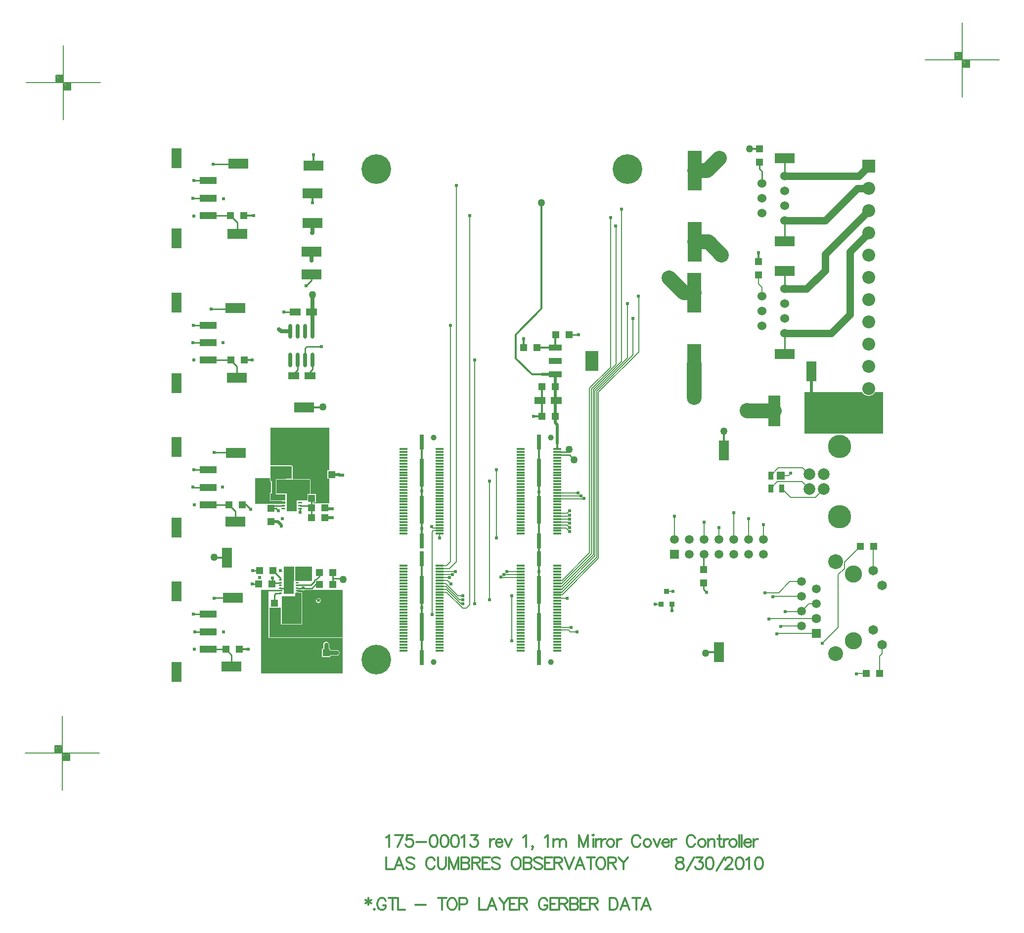
<source format=gtl>
%FSLAX23Y23*%
%MOIN*%
G70*
G01*
G75*
G04 Layer_Physical_Order=1*
G04 Layer_Color=255*
%ADD10R,0.070X0.135*%
%ADD11R,0.135X0.070*%
%ADD12R,0.050X0.050*%
%ADD13O,0.028X0.098*%
%ADD14R,0.085X0.138*%
%ADD15R,0.085X0.043*%
%ADD16R,0.085X0.043*%
%ADD17R,0.078X0.048*%
%ADD18R,0.094X0.130*%
%ADD19R,0.050X0.050*%
%ADD20R,0.087X0.059*%
%ADD21O,0.024X0.010*%
%ADD22R,0.065X0.094*%
%ADD23R,0.035X0.053*%
%ADD24R,0.053X0.053*%
%ADD25R,0.063X0.075*%
%ADD26O,0.027X0.010*%
%ADD27R,0.036X0.036*%
%ADD28R,0.079X0.209*%
%ADD29R,0.115X0.050*%
%ADD30R,0.065X0.135*%
%ADD31R,0.098X0.268*%
%ADD32R,0.025X0.100*%
%ADD33R,0.057X0.012*%
%ADD34R,0.025X0.185*%
%ADD35C,0.008*%
%ADD36C,0.012*%
%ADD37C,0.010*%
%ADD38C,0.020*%
%ADD39C,0.005*%
%ADD40C,0.100*%
%ADD41C,0.030*%
%ADD42C,0.050*%
%ADD43C,0.025*%
%ADD44C,0.012*%
%ADD45C,0.012*%
%ADD46C,0.020*%
%ADD47R,0.059X0.059*%
%ADD48C,0.059*%
%ADD49C,0.087*%
%ADD50R,0.087X0.087*%
%ADD51C,0.079*%
%ADD52C,0.157*%
%ADD53C,0.060*%
%ADD54C,0.039*%
%ADD55C,0.200*%
%ADD56C,0.059*%
%ADD57R,0.059X0.059*%
%ADD58C,0.063*%
%ADD59C,0.116*%
%ADD60C,0.065*%
%ADD61C,0.100*%
%ADD62C,0.024*%
%ADD63C,0.026*%
%ADD64C,0.050*%
G36*
X12898Y11260D02*
X12827D01*
Y11355D01*
X12898D01*
Y11260D01*
D02*
G37*
G36*
X13017D02*
X12902D01*
Y11355D01*
X13017D01*
Y11260D01*
D02*
G37*
G36*
X13222Y11195D02*
Y10879D01*
X12729D01*
Y11080D01*
X12808D01*
Y10970D01*
X12809Y10967D01*
X12812Y10965D01*
X12947D01*
X12950Y10967D01*
X12951Y10970D01*
Y11180D01*
X12950Y11183D01*
X12947Y11184D01*
X12927D01*
X12927Y11184D01*
X12923Y11185D01*
X12916D01*
Y11199D01*
X12947Y11199D01*
X12950Y11197D01*
X12956Y11195D01*
X12962Y11197D01*
X12966Y11199D01*
X13217Y11200D01*
X13222Y11195D01*
D02*
G37*
G36*
X12817Y11189D02*
X12725D01*
Y10875D01*
X13222D01*
Y10635D01*
X12700D01*
Y10636D01*
X12672D01*
Y11199D01*
X12817D01*
Y11189D01*
D02*
G37*
G36*
X12947Y10970D02*
X12812D01*
Y11155D01*
X12902D01*
Y11180D01*
X12947D01*
Y10970D01*
D02*
G37*
G36*
X16868Y12255D02*
X16867Y12254D01*
X16866Y12253D01*
X16336D01*
Y12534D01*
X16726D01*
X16727Y12531D01*
X16735Y12521D01*
X16745Y12513D01*
X16756Y12509D01*
X16769Y12507D01*
X16781Y12509D01*
X16792Y12513D01*
X16802Y12521D01*
X16810Y12531D01*
X16811Y12534D01*
X16868D01*
Y12255D01*
D02*
G37*
G36*
X13003Y11941D02*
Y11846D01*
X12986D01*
Y11804D01*
X12910D01*
X12909Y11803D01*
X12848D01*
Y11848D01*
X12776D01*
Y11942D01*
X13002D01*
X13003Y11941D01*
D02*
G37*
G36*
X12881Y11949D02*
X12841D01*
X12839Y11946D01*
X12776D01*
X12773Y11945D01*
X12772Y11942D01*
Y11848D01*
X12773Y11845D01*
X12776Y11844D01*
X12838D01*
Y11806D01*
X12834Y11802D01*
X12736D01*
Y11850D01*
X12746D01*
Y11933D01*
X12736D01*
Y12034D01*
X12881D01*
Y11949D01*
D02*
G37*
G36*
X12732Y11933D02*
X12733Y11930D01*
X12736Y11929D01*
X12741D01*
Y11855D01*
X12736D01*
X12733Y11853D01*
X12732Y11850D01*
Y11802D01*
X12733Y11799D01*
X12736Y11798D01*
X12815D01*
X12816Y11797D01*
X12833D01*
D01*
X12833Y11797D01*
X12833D01*
D01*
D01*
X12836Y11796D01*
Y11794D01*
Y11780D01*
X12634D01*
X12634Y11780D01*
X12634Y11780D01*
X12633Y11780D01*
Y11953D01*
X12732D01*
Y11933D01*
D02*
G37*
G36*
X13133Y12006D02*
X13121D01*
Y11948D01*
X13133D01*
Y11787D01*
X13129Y11783D01*
X13024D01*
Y11788D01*
X13044D01*
Y11846D01*
X13008D01*
Y11941D01*
X13008Y11941D01*
X13008Y11941D01*
X13007Y11942D01*
X13006Y11944D01*
X13006Y11944D01*
X13006Y11944D01*
X13005Y11945D01*
X13004Y11946D01*
X13002Y11946D01*
X12887D01*
X12886Y11949D01*
Y12034D01*
X12884Y12037D01*
X12881Y12038D01*
X12736D01*
Y12292D01*
X12736Y12292D01*
X12736Y12292D01*
X12737Y12294D01*
X13133D01*
Y12006D01*
D02*
G37*
%LPC*%
G36*
X13112Y10849D02*
X13105Y10848D01*
X13098Y10843D01*
X13094Y10837D01*
X13093Y10830D01*
Y10804D01*
X13083D01*
Y10746D01*
X13141D01*
Y10755D01*
X13182D01*
X13190Y10757D01*
X13196Y10761D01*
X13200Y10767D01*
X13202Y10775D01*
X13200Y10782D01*
X13196Y10788D01*
X13190Y10793D01*
X13182Y10794D01*
X13141D01*
Y10804D01*
X13132D01*
Y10830D01*
X13130Y10837D01*
X13126Y10843D01*
X13120Y10848D01*
X13112Y10849D01*
D02*
G37*
G36*
X13060Y11144D02*
X13054Y11143D01*
X13049Y11139D01*
X13045Y11134D01*
X13044Y11128D01*
X13045Y11121D01*
X13049Y11116D01*
X13054Y11113D01*
X13060Y11111D01*
X13066Y11113D01*
X13072Y11116D01*
X13075Y11121D01*
X13076Y11128D01*
X13075Y11134D01*
X13072Y11139D01*
X13066Y11143D01*
X13060Y11144D01*
D02*
G37*
%LPD*%
D10*
X15793Y12138D02*
D03*
X15759Y10779D02*
D03*
X12442Y11417D02*
D03*
X16382Y12674D02*
D03*
D11*
X12963Y12430D02*
D03*
X13021Y13873D02*
D03*
X12484Y11147D02*
D03*
X12502Y12124D02*
D03*
X12500Y13099D02*
D03*
X12521Y14074D02*
D03*
X12475Y10683D02*
D03*
X12500Y11659D02*
D03*
X12509Y12629D02*
D03*
X12514Y13600D02*
D03*
X13015Y13326D02*
D03*
Y13481D02*
D03*
X13026Y14061D02*
D03*
X13019Y13674D02*
D03*
X16202Y12790D02*
D03*
Y13350D02*
D03*
Y13550D02*
D03*
Y14110D02*
D03*
D12*
X14660Y12921D02*
D03*
X14750D02*
D03*
X14445Y12833D02*
D03*
X14535D02*
D03*
X14568Y12368D02*
D03*
X14658D02*
D03*
X14566Y12570D02*
D03*
X14656D02*
D03*
X12867Y11320D02*
D03*
X12957D02*
D03*
X12747Y11240D02*
D03*
X12657D02*
D03*
X13157Y11235D02*
D03*
X13067D02*
D03*
X13157Y11315D02*
D03*
X13067D02*
D03*
X12662Y11330D02*
D03*
X12752D02*
D03*
X13015Y11687D02*
D03*
X13105D02*
D03*
X13015Y11817D02*
D03*
X13105D02*
D03*
Y11752D02*
D03*
X13015D02*
D03*
X13150Y11977D02*
D03*
X13060D02*
D03*
X12437Y10799D02*
D03*
X12527D02*
D03*
X12458Y11773D02*
D03*
X12548D02*
D03*
X12469Y12748D02*
D03*
X12559D02*
D03*
X12468Y13722D02*
D03*
X12558D02*
D03*
X16755Y10636D02*
D03*
X16845D02*
D03*
X16713Y11492D02*
D03*
X16803D02*
D03*
D13*
X13021Y12942D02*
D03*
X12971D02*
D03*
X12921D02*
D03*
X12871D02*
D03*
X13021Y12749D02*
D03*
X12971D02*
D03*
X12921D02*
D03*
X12871D02*
D03*
D14*
X14902Y12743D02*
D03*
D15*
X14658Y12653D02*
D03*
Y12834D02*
D03*
D16*
Y12743D02*
D03*
D17*
X13015Y13073D02*
D03*
X12905D02*
D03*
X13004Y12642D02*
D03*
X12894D02*
D03*
X14553Y12475D02*
D03*
X14663D02*
D03*
D18*
X13144Y11050D02*
D03*
X12870D02*
D03*
D19*
X13112Y10775D02*
D03*
Y10685D02*
D03*
X12762Y11020D02*
D03*
Y11110D02*
D03*
X12741Y11659D02*
D03*
Y11749D02*
D03*
X15658Y11337D02*
D03*
Y11247D02*
D03*
X16027Y13413D02*
D03*
Y13323D02*
D03*
X16035Y14173D02*
D03*
Y14083D02*
D03*
D20*
X12917Y10926D02*
D03*
Y10674D02*
D03*
X12820Y11996D02*
D03*
Y12248D02*
D03*
D21*
X12916Y11265D02*
D03*
Y11247D02*
D03*
X12802Y11265D02*
D03*
Y11247D02*
D03*
Y11229D02*
D03*
Y11211D02*
D03*
Y11194D02*
D03*
Y11176D02*
D03*
X12916D02*
D03*
Y11194D02*
D03*
Y11211D02*
D03*
Y11229D02*
D03*
D22*
X12859Y11220D02*
D03*
X12880Y11777D02*
D03*
D23*
X16109Y11971D02*
D03*
Y11884D02*
D03*
X16183D02*
D03*
D24*
X16176Y11971D02*
D03*
D25*
X13074Y11895D02*
D03*
X12964D02*
D03*
X12710Y11892D02*
D03*
X12820D02*
D03*
D26*
X12825Y11806D02*
D03*
Y11787D02*
D03*
Y11767D02*
D03*
Y11747D02*
D03*
X12936D02*
D03*
Y11767D02*
D03*
X12936Y11787D02*
D03*
X12936Y11806D02*
D03*
D27*
X15369Y11104D02*
D03*
X15406Y11190D02*
D03*
X15443Y11104D02*
D03*
D28*
X16394Y12407D02*
D03*
X16134D02*
D03*
D29*
X12318Y13722D02*
D03*
Y13840D02*
D03*
Y13958D02*
D03*
Y12748D02*
D03*
Y12866D02*
D03*
Y12984D02*
D03*
Y11773D02*
D03*
Y11891D02*
D03*
Y12009D02*
D03*
Y10799D02*
D03*
Y10917D02*
D03*
Y11035D02*
D03*
D30*
X12102Y13569D02*
D03*
Y14111D02*
D03*
Y12594D02*
D03*
Y13137D02*
D03*
Y11620D02*
D03*
Y12162D02*
D03*
Y10646D02*
D03*
Y11188D02*
D03*
D31*
X15595Y12722D02*
D03*
Y13202D02*
D03*
X15598Y13545D02*
D03*
Y14025D02*
D03*
D32*
X14547Y11409D02*
D03*
Y11531D02*
D03*
Y12196D02*
D03*
Y10744D02*
D03*
X13757Y11409D02*
D03*
Y11531D02*
D03*
Y12196D02*
D03*
Y10744D02*
D03*
D33*
X14669Y12149D02*
D03*
Y12129D02*
D03*
Y12110D02*
D03*
Y12090D02*
D03*
Y12070D02*
D03*
Y12050D02*
D03*
Y12031D02*
D03*
Y12011D02*
D03*
Y11991D02*
D03*
Y11972D02*
D03*
Y11952D02*
D03*
Y11932D02*
D03*
Y11913D02*
D03*
Y11893D02*
D03*
Y11873D02*
D03*
Y11854D02*
D03*
Y11834D02*
D03*
Y11814D02*
D03*
Y11795D02*
D03*
Y11775D02*
D03*
Y11755D02*
D03*
Y11736D02*
D03*
Y11716D02*
D03*
Y11696D02*
D03*
Y11676D02*
D03*
Y11657D02*
D03*
Y11637D02*
D03*
Y11617D02*
D03*
Y11598D02*
D03*
Y11578D02*
D03*
Y11362D02*
D03*
Y11342D02*
D03*
Y11322D02*
D03*
Y11302D02*
D03*
Y11283D02*
D03*
Y11263D02*
D03*
Y11243D02*
D03*
Y11224D02*
D03*
Y11204D02*
D03*
Y11184D02*
D03*
Y11165D02*
D03*
Y11145D02*
D03*
Y11125D02*
D03*
Y11106D02*
D03*
Y11086D02*
D03*
Y11066D02*
D03*
Y11047D02*
D03*
Y11027D02*
D03*
Y11007D02*
D03*
Y10987D02*
D03*
Y10968D02*
D03*
Y10948D02*
D03*
Y10928D02*
D03*
Y10909D02*
D03*
Y10889D02*
D03*
Y10869D02*
D03*
Y10850D02*
D03*
Y10830D02*
D03*
Y10810D02*
D03*
Y10791D02*
D03*
X14425Y12149D02*
D03*
Y12129D02*
D03*
Y12110D02*
D03*
Y12090D02*
D03*
Y12070D02*
D03*
Y12050D02*
D03*
Y12031D02*
D03*
Y12011D02*
D03*
Y11991D02*
D03*
Y11972D02*
D03*
Y11952D02*
D03*
Y11932D02*
D03*
Y11913D02*
D03*
Y11893D02*
D03*
Y11873D02*
D03*
Y11854D02*
D03*
Y11834D02*
D03*
Y11814D02*
D03*
Y11795D02*
D03*
Y11775D02*
D03*
Y11755D02*
D03*
Y11736D02*
D03*
Y11716D02*
D03*
Y11696D02*
D03*
Y11676D02*
D03*
Y11657D02*
D03*
Y11637D02*
D03*
Y11617D02*
D03*
Y11598D02*
D03*
Y11578D02*
D03*
Y11362D02*
D03*
Y11342D02*
D03*
Y11322D02*
D03*
Y11302D02*
D03*
Y11283D02*
D03*
Y11263D02*
D03*
Y11243D02*
D03*
Y11224D02*
D03*
Y11204D02*
D03*
Y11184D02*
D03*
Y11165D02*
D03*
Y11145D02*
D03*
Y11125D02*
D03*
Y11106D02*
D03*
Y11086D02*
D03*
Y11066D02*
D03*
Y11047D02*
D03*
Y11027D02*
D03*
Y11007D02*
D03*
Y10987D02*
D03*
Y10968D02*
D03*
Y10948D02*
D03*
Y10928D02*
D03*
Y10909D02*
D03*
Y10889D02*
D03*
Y10869D02*
D03*
Y10850D02*
D03*
Y10830D02*
D03*
Y10810D02*
D03*
Y10791D02*
D03*
X13878Y12149D02*
D03*
Y12129D02*
D03*
Y12110D02*
D03*
Y12090D02*
D03*
Y12070D02*
D03*
Y12050D02*
D03*
Y12031D02*
D03*
Y12011D02*
D03*
Y11991D02*
D03*
Y11972D02*
D03*
Y11952D02*
D03*
Y11932D02*
D03*
Y11913D02*
D03*
Y11893D02*
D03*
Y11873D02*
D03*
Y11854D02*
D03*
Y11834D02*
D03*
Y11814D02*
D03*
Y11795D02*
D03*
Y11775D02*
D03*
Y11755D02*
D03*
Y11736D02*
D03*
Y11716D02*
D03*
Y11696D02*
D03*
Y11676D02*
D03*
Y11657D02*
D03*
Y11637D02*
D03*
Y11617D02*
D03*
Y11598D02*
D03*
Y11578D02*
D03*
Y11362D02*
D03*
Y11342D02*
D03*
Y11322D02*
D03*
Y11302D02*
D03*
Y11283D02*
D03*
Y11263D02*
D03*
Y11243D02*
D03*
Y11224D02*
D03*
Y11204D02*
D03*
Y11184D02*
D03*
Y11165D02*
D03*
Y11145D02*
D03*
Y11125D02*
D03*
Y11106D02*
D03*
Y11086D02*
D03*
Y11066D02*
D03*
Y11047D02*
D03*
Y11027D02*
D03*
Y11007D02*
D03*
Y10987D02*
D03*
Y10968D02*
D03*
Y10948D02*
D03*
Y10928D02*
D03*
Y10909D02*
D03*
Y10889D02*
D03*
Y10869D02*
D03*
Y10850D02*
D03*
Y10830D02*
D03*
Y10810D02*
D03*
Y10791D02*
D03*
X13635Y12149D02*
D03*
Y12129D02*
D03*
Y12110D02*
D03*
Y12090D02*
D03*
Y12070D02*
D03*
Y12050D02*
D03*
Y12031D02*
D03*
Y12011D02*
D03*
Y11991D02*
D03*
Y11972D02*
D03*
Y11952D02*
D03*
Y11932D02*
D03*
Y11913D02*
D03*
Y11893D02*
D03*
Y11873D02*
D03*
Y11854D02*
D03*
Y11834D02*
D03*
Y11814D02*
D03*
Y11795D02*
D03*
Y11775D02*
D03*
Y11755D02*
D03*
Y11736D02*
D03*
Y11716D02*
D03*
Y11696D02*
D03*
Y11676D02*
D03*
Y11657D02*
D03*
Y11637D02*
D03*
Y11617D02*
D03*
Y11598D02*
D03*
Y11578D02*
D03*
Y11362D02*
D03*
Y11342D02*
D03*
Y11322D02*
D03*
Y11302D02*
D03*
Y11283D02*
D03*
Y11263D02*
D03*
Y11243D02*
D03*
Y11224D02*
D03*
Y11204D02*
D03*
Y11184D02*
D03*
Y11165D02*
D03*
Y11145D02*
D03*
Y11125D02*
D03*
Y11106D02*
D03*
Y11086D02*
D03*
Y11066D02*
D03*
Y11047D02*
D03*
Y11027D02*
D03*
Y11007D02*
D03*
Y10987D02*
D03*
Y10968D02*
D03*
Y10948D02*
D03*
Y10928D02*
D03*
Y10909D02*
D03*
Y10889D02*
D03*
Y10869D02*
D03*
Y10850D02*
D03*
Y10830D02*
D03*
Y10810D02*
D03*
Y10791D02*
D03*
D34*
X14547Y11988D02*
D03*
Y11738D02*
D03*
Y10951D02*
D03*
Y11201D02*
D03*
X13757Y11988D02*
D03*
Y11738D02*
D03*
Y10951D02*
D03*
Y11201D02*
D03*
D35*
X14112Y11105D02*
Y12750D01*
X14010Y11133D02*
X14034D01*
X14215Y11134D02*
Y11934D01*
X14362Y10856D02*
Y11160D01*
X13917Y11243D02*
X13999Y11161D01*
X13878Y11243D02*
X13917D01*
X13925Y11184D02*
X14032Y11077D01*
X13878Y11184D02*
X13925D01*
X13922Y11204D02*
X14021Y11105D01*
X13878Y11204D02*
X13922D01*
X13920Y11224D02*
X14010Y11133D01*
X13878Y11224D02*
X13920D01*
X13999Y11161D02*
X14034D01*
X14032Y11077D02*
X14034D01*
X14021Y11105D02*
X14034D01*
X14032Y11077D02*
X14056D01*
X14079Y11100D01*
Y13723D01*
X13878Y11362D02*
X13923D01*
X13950Y11388D01*
Y12983D01*
X13878Y11342D02*
X13944D01*
X13990Y11388D01*
Y13927D01*
X13835Y11598D02*
X13878D01*
X13827Y11590D02*
X13835Y11598D01*
X13827Y11033D02*
Y11590D01*
X13878Y11552D02*
Y11578D01*
X13878Y11551D02*
X13878Y11552D01*
X14260Y11551D02*
Y12010D01*
X13878Y11263D02*
X13931D01*
X13953Y11241D01*
X13830Y11617D02*
X13878D01*
X13822Y11625D02*
X13830Y11617D01*
X15406Y11190D02*
X15450D01*
X15329Y11104D02*
X15369D01*
X14669Y11144D02*
X14738D01*
X14669Y11145D02*
X14669Y11144D01*
X14669Y11263D02*
X14702D01*
X14888Y11449D01*
X14669Y11243D02*
X14702D01*
Y11246D01*
X14900Y11444D01*
X14669Y11224D02*
X14702D01*
Y11226D01*
X14912Y11436D01*
X14669Y11204D02*
X14702D01*
Y11207D01*
X14924Y11429D01*
X14669Y11184D02*
X14702D01*
Y11187D01*
X14936Y11421D01*
X14669Y11165D02*
X14702D01*
Y11167D01*
X14948Y11413D01*
X14888Y12558D02*
X15029Y12699D01*
Y13710D01*
X15067Y12720D02*
Y13652D01*
X15105Y12741D02*
Y13766D01*
X15219Y12804D02*
Y13180D01*
X14888Y11449D02*
Y12558D01*
X14900Y11444D02*
Y12553D01*
X15067Y12720D01*
X14912Y11436D02*
Y12548D01*
X15105Y12741D01*
X14924Y11429D02*
Y12543D01*
X15143Y12762D01*
X14936Y11421D02*
Y12538D01*
X15181Y12783D01*
X14948Y11413D02*
Y12533D01*
X15219Y12804D01*
X15181Y12783D02*
Y13029D01*
X15181Y13029D01*
X15143Y12762D02*
Y13128D01*
X15143Y13128D01*
X16049Y13180D02*
Y13241D01*
X16027Y13263D02*
X16049Y13241D01*
X16027Y13263D02*
Y13323D01*
X16801Y11329D02*
Y11491D01*
X16803Y11492D01*
X16606Y11386D02*
X16713Y11492D01*
X16606Y11344D02*
Y11386D01*
X16564Y11302D02*
X16606Y11344D01*
X16564Y10947D02*
Y11302D01*
X16457Y10840D02*
X16564Y10947D01*
X14670Y10946D02*
X14764D01*
X14669Y10948D02*
X14670Y10946D01*
X16861Y10769D02*
Y10831D01*
X16845Y10752D02*
X16861Y10769D01*
X16845Y10636D02*
Y10752D01*
X16690Y10636D02*
X16755D01*
X16688Y10634D02*
X16690Y10636D01*
X14757Y10917D02*
X14805D01*
X14746Y10928D02*
X14757Y10917D01*
X14669Y10928D02*
X14746D01*
X17370Y14798D02*
X17380D01*
X17370Y14793D02*
Y14803D01*
Y14793D02*
X17380Y14793D01*
X17380Y14803D01*
X17370D02*
X17380D01*
X17365Y14788D02*
Y14803D01*
Y14788D02*
X17385D01*
Y14808D01*
X17365Y14808D02*
X17385Y14808D01*
X17360Y14783D02*
Y14808D01*
Y14783D02*
X17390D01*
Y14813D01*
X17360D02*
X17390D01*
X17355Y14778D02*
Y14818D01*
Y14778D02*
X17395D01*
Y14818D01*
X17355D02*
X17395D01*
X17420Y14748D02*
X17430D01*
X17420Y14743D02*
X17420Y14753D01*
X17420Y14743D02*
X17430D01*
Y14753D01*
X17420Y14753D02*
X17430Y14753D01*
X17415Y14738D02*
Y14753D01*
Y14738D02*
X17435Y14738D01*
X17435Y14758D02*
X17435Y14738D01*
X17415Y14758D02*
X17435D01*
X17410Y14733D02*
Y14758D01*
Y14733D02*
X17440D01*
Y14763D01*
X17410D02*
X17440D01*
X17405Y14728D02*
Y14768D01*
Y14728D02*
X17445D01*
Y14768D01*
X17405D02*
X17445D01*
X17400Y14723D02*
X17450Y14723D01*
X17450Y14773D02*
X17450Y14723D01*
X17350Y14823D02*
X17400Y14823D01*
X17350Y14823D02*
X17350Y14773D01*
X17400Y14523D02*
Y15023D01*
X17150Y14773D02*
X17650D01*
X11302Y10123D02*
X11312D01*
X11302Y10118D02*
Y10128D01*
Y10118D02*
X11312D01*
Y10128D01*
X11302D02*
X11312D01*
X11297Y10113D02*
Y10128D01*
Y10113D02*
X11317D01*
Y10133D01*
X11297D02*
X11317D01*
X11292Y10108D02*
Y10133D01*
Y10108D02*
X11322D01*
Y10138D01*
X11292D02*
X11322D01*
X11287Y10103D02*
Y10143D01*
Y10103D02*
X11327D01*
Y10143D01*
X11287D02*
X11327D01*
X11352Y10073D02*
X11362D01*
X11352Y10068D02*
Y10078D01*
Y10068D02*
X11362D01*
Y10078D01*
X11352D02*
X11362D01*
X11347Y10063D02*
Y10078D01*
Y10063D02*
X11367D01*
Y10083D01*
X11347D02*
X11367D01*
X11342Y10058D02*
Y10083D01*
Y10058D02*
X11372D01*
Y10088D01*
X11342D02*
X11372D01*
X11337Y10053D02*
Y10093D01*
Y10053D02*
X11377D01*
Y10093D01*
X11337D02*
X11377D01*
X11332Y10048D02*
X11382D01*
Y10098D01*
X11282Y10148D02*
X11332D01*
X11282Y10098D02*
Y10148D01*
X11332Y9848D02*
Y10348D01*
X11082Y10098D02*
X11582D01*
X11311Y14643D02*
X11321D01*
X11311Y14638D02*
Y14648D01*
Y14638D02*
X11321D01*
Y14648D01*
X11311D02*
X11321D01*
X11306Y14633D02*
Y14648D01*
Y14633D02*
X11326D01*
Y14653D01*
X11306D02*
X11326D01*
X11301Y14628D02*
Y14653D01*
Y14628D02*
X11331D01*
Y14658D01*
X11301D02*
X11331D01*
X11296Y14623D02*
Y14663D01*
Y14623D02*
X11336D01*
Y14663D01*
X11296D02*
X11336D01*
X11361Y14593D02*
X11371D01*
X11361Y14588D02*
Y14598D01*
Y14588D02*
X11371D01*
Y14598D01*
X11361D02*
X11371D01*
X11356Y14583D02*
Y14598D01*
Y14583D02*
X11376D01*
Y14603D01*
X11356D02*
X11376D01*
X11351Y14578D02*
Y14603D01*
Y14578D02*
X11381D01*
Y14608D01*
X11351D02*
X11381D01*
X11346Y14573D02*
Y14613D01*
Y14573D02*
X11386D01*
Y14613D01*
X11346D02*
X11386D01*
X11341Y14568D02*
X11391D01*
Y14618D01*
X11291Y14668D02*
X11341D01*
X11291Y14618D02*
Y14668D01*
X11341Y14368D02*
Y14868D01*
X11091Y14618D02*
X11591D01*
D36*
X14445Y12833D02*
Y12893D01*
X14657Y12833D02*
Y12919D01*
X14535Y12833D02*
X14657D01*
X12558Y13722D02*
X12625D01*
X12613Y12748D02*
X12615Y12750D01*
X12559Y12748D02*
X12613D01*
X12573Y11773D02*
X12602Y11744D01*
X12548Y11773D02*
X12573D01*
X12527Y10799D02*
X12587D01*
X13757Y11867D02*
Y12196D01*
Y11867D02*
X13757Y11866D01*
Y11739D02*
Y11866D01*
X13756Y11738D02*
X13757Y11739D01*
X13756Y11614D02*
Y11738D01*
Y11614D02*
X13757Y11614D01*
Y11531D02*
Y11614D01*
X13757Y11079D02*
Y11408D01*
X13757Y10951D02*
Y11079D01*
Y10744D02*
Y10951D01*
Y11079D02*
X13757Y11079D01*
X14547Y11988D02*
Y12196D01*
Y11862D02*
Y11988D01*
Y11201D02*
Y11323D01*
Y10951D02*
Y11201D01*
Y10744D02*
Y10951D01*
X14546Y11324D02*
Y11861D01*
Y11324D02*
X14547Y11323D01*
X14546Y11861D02*
X14547Y11862D01*
X14566Y12370D02*
Y12570D01*
X14510Y12368D02*
X14568D01*
X14566Y12370D02*
X14568Y12368D01*
X14669Y12149D02*
Y12187D01*
X15443Y11058D02*
Y11104D01*
X15968Y14173D02*
X16035D01*
X15967Y14172D02*
X15968Y14173D01*
X16027Y13413D02*
Y13471D01*
X16028Y13472D01*
X13021Y13808D02*
Y13873D01*
X13019Y13806D02*
X13021Y13808D01*
X13026Y14061D02*
Y14131D01*
X13027Y14132D01*
X14565Y13096D02*
Y13808D01*
X14390Y12921D02*
X14565Y13096D01*
X14390Y12761D02*
Y12921D01*
Y12761D02*
X14499Y12652D01*
X14567D01*
X15793Y12138D02*
Y12269D01*
X15678Y10779D02*
X15759D01*
X15671Y10772D02*
X15678Y10779D01*
X12360Y11417D02*
X12442D01*
X12357Y11420D02*
X12360Y11417D01*
X12963Y12430D02*
X13087D01*
X13090Y12433D01*
X13518Y9531D02*
X13526Y9535D01*
X13537Y9546D01*
Y9466D01*
X13630Y9546D02*
X13592Y9466D01*
X13577Y9546D02*
X13630D01*
X13694D02*
X13656D01*
X13652Y9512D01*
X13656Y9516D01*
X13667Y9520D01*
X13679D01*
X13690Y9516D01*
X13698Y9508D01*
X13701Y9497D01*
Y9489D01*
X13698Y9478D01*
X13690Y9470D01*
X13679Y9466D01*
X13667D01*
X13656Y9470D01*
X13652Y9474D01*
X13648Y9482D01*
X13719Y9501D02*
X13788D01*
X13834Y9546D02*
X13823Y9543D01*
X13815Y9531D01*
X13811Y9512D01*
Y9501D01*
X13815Y9482D01*
X13823Y9470D01*
X13834Y9466D01*
X13842D01*
X13853Y9470D01*
X13861Y9482D01*
X13865Y9501D01*
Y9512D01*
X13861Y9531D01*
X13853Y9543D01*
X13842Y9546D01*
X13834D01*
X13906D02*
X13894Y9543D01*
X13886Y9531D01*
X13883Y9512D01*
Y9501D01*
X13886Y9482D01*
X13894Y9470D01*
X13906Y9466D01*
X13913D01*
X13925Y9470D01*
X13932Y9482D01*
X13936Y9501D01*
Y9512D01*
X13932Y9531D01*
X13925Y9543D01*
X13913Y9546D01*
X13906D01*
X13977D02*
X13965Y9543D01*
X13958Y9531D01*
X13954Y9512D01*
Y9501D01*
X13958Y9482D01*
X13965Y9470D01*
X13977Y9466D01*
X13984D01*
X13996Y9470D01*
X14003Y9482D01*
X14007Y9501D01*
Y9512D01*
X14003Y9531D01*
X13996Y9543D01*
X13984Y9546D01*
X13977D01*
X14025Y9531D02*
X14033Y9535D01*
X14044Y9546D01*
Y9466D01*
X14091Y9546D02*
X14133D01*
X14110Y9516D01*
X14122D01*
X14129Y9512D01*
X14133Y9508D01*
X14137Y9497D01*
Y9489D01*
X14133Y9478D01*
X14126Y9470D01*
X14114Y9466D01*
X14103D01*
X14091Y9470D01*
X14088Y9474D01*
X14084Y9482D01*
X14218Y9520D02*
Y9466D01*
Y9497D02*
X14222Y9508D01*
X14229Y9516D01*
X14237Y9520D01*
X14248D01*
X14256Y9497D02*
X14301D01*
Y9504D01*
X14297Y9512D01*
X14294Y9516D01*
X14286Y9520D01*
X14275D01*
X14267Y9516D01*
X14259Y9508D01*
X14256Y9497D01*
Y9489D01*
X14259Y9478D01*
X14267Y9470D01*
X14275Y9466D01*
X14286D01*
X14294Y9470D01*
X14301Y9478D01*
X14318Y9520D02*
X14341Y9466D01*
X14364Y9520D02*
X14341Y9466D01*
X14440Y9531D02*
X14447Y9535D01*
X14459Y9546D01*
Y9466D01*
X14506Y9470D02*
X14502Y9466D01*
X14499Y9470D01*
X14502Y9474D01*
X14506Y9470D01*
Y9463D01*
X14502Y9455D01*
X14499Y9451D01*
X14587Y9531D02*
X14594Y9535D01*
X14606Y9546D01*
Y9466D01*
X14645Y9520D02*
Y9466D01*
Y9504D02*
X14657Y9516D01*
X14664Y9520D01*
X14676D01*
X14683Y9516D01*
X14687Y9504D01*
Y9466D01*
Y9504D02*
X14698Y9516D01*
X14706Y9520D01*
X14718D01*
X14725Y9516D01*
X14729Y9504D01*
Y9466D01*
X14817Y9546D02*
Y9466D01*
Y9546D02*
X14847Y9466D01*
X14878Y9546D02*
X14847Y9466D01*
X14878Y9546D02*
Y9466D01*
X14908Y9546D02*
X14912Y9543D01*
X14916Y9546D01*
X14912Y9550D01*
X14908Y9546D01*
X14912Y9520D02*
Y9466D01*
X14930Y9520D02*
Y9466D01*
Y9497D02*
X14934Y9508D01*
X14941Y9516D01*
X14949Y9520D01*
X14961D01*
X14968D02*
Y9466D01*
Y9497D02*
X14972Y9508D01*
X14979Y9516D01*
X14987Y9520D01*
X14998D01*
X15025D02*
X15017Y9516D01*
X15009Y9508D01*
X15005Y9497D01*
Y9489D01*
X15009Y9478D01*
X15017Y9470D01*
X15025Y9466D01*
X15036D01*
X15044Y9470D01*
X15051Y9478D01*
X15055Y9489D01*
Y9497D01*
X15051Y9508D01*
X15044Y9516D01*
X15036Y9520D01*
X15025D01*
X15073D02*
Y9466D01*
Y9497D02*
X15076Y9508D01*
X15084Y9516D01*
X15092Y9520D01*
X15103D01*
X15230Y9527D02*
X15226Y9535D01*
X15219Y9543D01*
X15211Y9546D01*
X15196D01*
X15188Y9543D01*
X15181Y9535D01*
X15177Y9527D01*
X15173Y9516D01*
Y9497D01*
X15177Y9485D01*
X15181Y9478D01*
X15188Y9470D01*
X15196Y9466D01*
X15211D01*
X15219Y9470D01*
X15226Y9478D01*
X15230Y9485D01*
X15272Y9520D02*
X15264Y9516D01*
X15256Y9508D01*
X15253Y9497D01*
Y9489D01*
X15256Y9478D01*
X15264Y9470D01*
X15272Y9466D01*
X15283D01*
X15291Y9470D01*
X15298Y9478D01*
X15302Y9489D01*
Y9497D01*
X15298Y9508D01*
X15291Y9516D01*
X15283Y9520D01*
X15272D01*
X15320D02*
X15343Y9466D01*
X15365Y9520D02*
X15343Y9466D01*
X15378Y9497D02*
X15424D01*
Y9504D01*
X15420Y9512D01*
X15416Y9516D01*
X15409Y9520D01*
X15397D01*
X15390Y9516D01*
X15382Y9508D01*
X15378Y9497D01*
Y9489D01*
X15382Y9478D01*
X15390Y9470D01*
X15397Y9466D01*
X15409D01*
X15416Y9470D01*
X15424Y9478D01*
X15441Y9520D02*
Y9466D01*
Y9497D02*
X15445Y9508D01*
X15453Y9516D01*
X15460Y9520D01*
X15472D01*
X15599Y9527D02*
X15595Y9535D01*
X15587Y9543D01*
X15580Y9546D01*
X15565D01*
X15557Y9543D01*
X15549Y9535D01*
X15546Y9527D01*
X15542Y9516D01*
Y9497D01*
X15546Y9485D01*
X15549Y9478D01*
X15557Y9470D01*
X15565Y9466D01*
X15580D01*
X15587Y9470D01*
X15595Y9478D01*
X15599Y9485D01*
X15640Y9520D02*
X15633Y9516D01*
X15625Y9508D01*
X15621Y9497D01*
Y9489D01*
X15625Y9478D01*
X15633Y9470D01*
X15640Y9466D01*
X15652D01*
X15659Y9470D01*
X15667Y9478D01*
X15671Y9489D01*
Y9497D01*
X15667Y9508D01*
X15659Y9516D01*
X15652Y9520D01*
X15640D01*
X15688D02*
Y9466D01*
Y9504D02*
X15700Y9516D01*
X15707Y9520D01*
X15719D01*
X15726Y9516D01*
X15730Y9504D01*
Y9466D01*
X15763Y9546D02*
Y9482D01*
X15766Y9470D01*
X15774Y9466D01*
X15782D01*
X15751Y9520D02*
X15778D01*
X15793D02*
Y9466D01*
Y9497D02*
X15797Y9508D01*
X15805Y9516D01*
X15812Y9520D01*
X15824D01*
X15850D02*
X15842Y9516D01*
X15835Y9508D01*
X15831Y9497D01*
Y9489D01*
X15835Y9478D01*
X15842Y9470D01*
X15850Y9466D01*
X15861D01*
X15869Y9470D01*
X15877Y9478D01*
X15880Y9489D01*
Y9497D01*
X15877Y9508D01*
X15869Y9516D01*
X15861Y9520D01*
X15850D01*
X15898Y9546D02*
Y9466D01*
X15915Y9546D02*
Y9466D01*
X15931Y9497D02*
X15977D01*
Y9504D01*
X15973Y9512D01*
X15969Y9516D01*
X15962Y9520D01*
X15950D01*
X15943Y9516D01*
X15935Y9508D01*
X15931Y9497D01*
Y9489D01*
X15935Y9478D01*
X15943Y9470D01*
X15950Y9466D01*
X15962D01*
X15969Y9470D01*
X15977Y9478D01*
X15994Y9520D02*
Y9466D01*
Y9497D02*
X15998Y9508D01*
X16006Y9516D01*
X16013Y9520D01*
X16025D01*
D37*
X14811Y12921D02*
X14812Y12920D01*
X14750Y12921D02*
X14811D01*
X15658Y11203D02*
X15678Y11183D01*
X15658Y11203D02*
Y11247D01*
Y11337D02*
Y11439D01*
X12827Y13073D02*
X12905D01*
X12982Y12840D02*
X13080D01*
X12971Y12829D02*
X12982Y12840D01*
X12971Y12749D02*
Y12829D01*
X13021Y12685D02*
Y12749D01*
X13004Y12668D02*
X13021Y12685D01*
X13004Y12642D02*
Y12668D01*
X12921Y12684D02*
Y12749D01*
X12894Y12657D02*
X12921Y12684D01*
X12894Y12642D02*
Y12657D01*
X13015Y13073D02*
X13021Y13067D01*
X12516Y14069D02*
X12521Y14074D01*
X12351Y14069D02*
X12516D01*
X12219Y13959D02*
X12220Y13958D01*
X12318D01*
X12214Y13839D02*
X12215Y13840D01*
X12318D01*
X12468Y13722D02*
X12514Y13676D01*
Y13600D02*
Y13676D01*
X12318Y13722D02*
X12468D01*
X12495Y13094D02*
X12500Y13099D01*
X12338Y13094D02*
X12495D01*
X12217Y12984D02*
X12218Y12984D01*
X12318D01*
X12212Y12865D02*
X12212Y12866D01*
X12318D01*
X12468Y12748D02*
X12509Y12707D01*
Y12629D02*
Y12707D01*
X12318Y12748D02*
X12468D01*
X12499Y12127D02*
X12502Y12124D01*
X12356Y12127D02*
X12499D01*
X12220Y12009D02*
X12220Y12009D01*
X12318D01*
X12214Y11892D02*
X12215Y11891D01*
X12318D01*
X12458Y11773D02*
X12500Y11731D01*
Y11659D02*
Y11731D01*
X12318Y11773D02*
X12458D01*
X12361Y11147D02*
X12484D01*
X12357Y11143D02*
X12361Y11147D01*
X12216Y11035D02*
X12216Y11035D01*
X12318D01*
X12228Y10917D02*
X12228Y10917D01*
X12318D01*
X12436Y10799D02*
X12475Y10760D01*
Y10683D02*
Y10760D01*
X12318Y10799D02*
X12436D01*
X12956Y11211D02*
X13017D01*
X12920Y11233D02*
X13009D01*
X13045Y11269D02*
X13067Y11291D01*
X13017Y11211D02*
X13040Y11235D01*
X12752Y11330D02*
X12802Y11280D01*
Y11211D02*
X12850D01*
X13040Y11235D02*
X13067D01*
X13033Y11263D02*
X13038Y11269D01*
X13045D01*
X12754Y11247D02*
X12802D01*
Y11265D02*
Y11280D01*
X12774Y11176D02*
X12802D01*
X12618Y11330D02*
X12662D01*
X12614Y11240D02*
X12657D01*
X13157Y11276D02*
Y11315D01*
X13067Y11291D02*
Y11315D01*
X12916Y11211D02*
X12956D01*
X12956Y11212D01*
X12850Y11211D02*
X12859Y11220D01*
X12762Y11130D02*
Y11165D01*
X13157Y11235D02*
Y11276D01*
X13009Y11233D02*
X13033Y11257D01*
Y11263D01*
X12916Y11229D02*
X12920Y11233D01*
X12750Y11243D02*
Y11279D01*
Y11243D02*
X12754Y11247D01*
X12762Y11165D02*
X12774Y11176D01*
X12740Y11767D02*
X12825D01*
X12936D02*
X13000D01*
X13015Y11687D02*
Y11752D01*
Y11817D01*
X13000Y11767D02*
X13015Y11752D01*
X12936Y11724D02*
Y11747D01*
Y11724D02*
X12936Y11724D01*
X12740Y11767D02*
X12740Y11767D01*
X12774Y11749D02*
X12789Y11734D01*
X12741Y11749D02*
X12774D01*
X16202Y12790D02*
Y12930D01*
Y13230D02*
Y13350D01*
Y13550D02*
Y13690D01*
Y13990D02*
Y14110D01*
X16035Y14037D02*
Y14083D01*
Y14037D02*
X16049Y14023D01*
Y13940D02*
Y14023D01*
X14669Y12129D02*
X14732D01*
X14750Y12147D01*
X14669Y12110D02*
X14752D01*
X14785Y12076D01*
X13015Y13286D02*
Y13326D01*
X12978Y13249D02*
X13015Y13286D01*
X13157Y11276D02*
X13222D01*
X13226Y11271D01*
D38*
X14669Y12187D02*
Y12314D01*
X14656Y12570D02*
Y12651D01*
Y12326D02*
Y12570D01*
Y12326D02*
X14669Y12314D01*
X14656Y12651D02*
X14658Y12653D01*
X13150Y11977D02*
X13195D01*
X13196Y11978D01*
X13105Y11752D02*
X13110Y11747D01*
X13152D01*
X13105Y11687D02*
X13155D01*
X12741Y11659D02*
X12787D01*
X14567Y12653D02*
X14658D01*
X16382Y12419D02*
Y12674D01*
Y12419D02*
X16394Y12407D01*
X13196Y11978D02*
X13200Y11974D01*
X13224D01*
X12787Y11659D02*
X12811Y11635D01*
Y11629D02*
Y11635D01*
D39*
X16060Y11638D02*
Y11639D01*
Y11541D02*
Y11639D01*
X15960Y11675D02*
Y11679D01*
Y11541D02*
Y11675D01*
X15860Y11541D02*
Y11721D01*
X15760Y11618D02*
Y11626D01*
Y11541D02*
Y11618D01*
Y11626D01*
X15660Y11541D02*
Y11657D01*
X15460Y11541D02*
Y11695D01*
X14669Y11716D02*
X14738D01*
X14669Y11696D02*
X14747D01*
X14669Y11617D02*
X14730D01*
X14669Y11637D02*
X14738D01*
X14669Y11657D02*
X14747D01*
X14669Y11676D02*
X14755D01*
X14738Y11716D02*
X14755Y11732D01*
X14747Y11696D02*
X14755Y11704D01*
X14730Y11617D02*
X14755Y11592D01*
X14738Y11637D02*
X14755Y11620D01*
X14747Y11657D02*
X14755Y11648D01*
X16230Y11971D02*
X16245Y11985D01*
X16176Y11971D02*
X16230D01*
X16109D02*
X16161Y12023D01*
X16324D01*
X16369Y11979D01*
X16109Y11884D02*
X16153Y11928D01*
X16321D01*
X16369Y11880D01*
X16183Y11884D02*
X16243Y11824D01*
X16411D01*
X16467Y11880D01*
X14669Y11854D02*
X14809D01*
X14669Y11834D02*
X14829D01*
X14669Y11814D02*
X14849D01*
X14850Y11815D01*
X14829Y11834D02*
X14830Y11834D01*
X14809Y11854D02*
X14810Y11854D01*
X16151Y10904D02*
X16151Y10905D01*
X16418D01*
X16178Y10953D02*
X16179Y10955D01*
X16318D01*
X16097Y11004D02*
X16097Y11005D01*
X16418D01*
X16318Y11055D02*
X16368Y11105D01*
X16318Y11054D02*
X16318Y11055D01*
X16207Y11054D02*
X16318D01*
X16368Y11105D02*
X16418D01*
X16125Y11154D02*
X16125Y11155D01*
X16318D01*
X16071Y11178D02*
X16162D01*
X16238Y11255D01*
X16318D01*
X14311Y11302D02*
X14425D01*
X14291Y11283D02*
X14425D01*
X14331Y11322D02*
X14425D01*
X14289Y11285D02*
X14291Y11283D01*
X14309Y11304D02*
X14311Y11302D01*
X14329Y11324D02*
X14331Y11322D01*
X13878Y11283D02*
X13944D01*
X13878Y11302D02*
X13963D01*
X13878Y11322D02*
X13983D01*
X13984Y11322D01*
X13963Y11302D02*
X13964Y11302D01*
X13944Y11283D02*
X13944Y11282D01*
D40*
X15949Y12408D02*
X15950Y12407D01*
X16134D01*
X15595Y12495D02*
Y12722D01*
X15598Y13545D02*
X15689D01*
X15777Y13457D01*
X15525Y13202D02*
X15595D01*
X15424Y13303D02*
X15525Y13202D01*
X15598Y14025D02*
X15681D01*
X15765Y14109D01*
Y14108D02*
Y14109D01*
D41*
X13112Y10775D02*
Y10830D01*
Y10775D02*
X13182D01*
D42*
X16703Y13990D02*
X16769Y14055D01*
X16202Y13990D02*
X16703D01*
X16692Y13905D02*
X16769D01*
X16476Y13690D02*
X16692Y13905D01*
X16202Y13690D02*
X16476D01*
X16476Y13462D02*
X16769Y13755D01*
X16476Y13354D02*
Y13462D01*
X16351Y13230D02*
X16476Y13354D01*
X16202Y13230D02*
X16351D01*
X16644Y13480D02*
X16769Y13605D01*
X16644Y13057D02*
Y13480D01*
X16516Y12930D02*
X16644Y13057D01*
X16202Y12930D02*
X16516D01*
D43*
X13021Y12942D02*
Y13190D01*
X12810Y12942D02*
X12871D01*
X12794Y12957D02*
X12810Y12942D01*
X13019Y13606D02*
Y13674D01*
X13018Y13605D02*
X13019Y13606D01*
X13015Y13422D02*
Y13481D01*
X13014Y13421D02*
X13015Y13422D01*
D44*
X13397Y9122D02*
Y9076D01*
X13378Y9110D02*
X13416Y9087D01*
Y9110D02*
X13378Y9087D01*
X13437Y9049D02*
X13433Y9045D01*
X13437Y9042D01*
X13440Y9045D01*
X13437Y9049D01*
X13515Y9103D02*
X13511Y9110D01*
X13504Y9118D01*
X13496Y9122D01*
X13481D01*
X13473Y9118D01*
X13465Y9110D01*
X13462Y9103D01*
X13458Y9091D01*
Y9072D01*
X13462Y9061D01*
X13465Y9053D01*
X13473Y9045D01*
X13481Y9042D01*
X13496D01*
X13504Y9045D01*
X13511Y9053D01*
X13515Y9061D01*
Y9072D01*
X13496D02*
X13515D01*
X13560Y9122D02*
Y9042D01*
X13533Y9122D02*
X13587D01*
X13596D02*
Y9042D01*
X13642D01*
X13713Y9076D02*
X13782D01*
X13895Y9122D02*
Y9042D01*
X13868Y9122D02*
X13922D01*
X13954D02*
X13947Y9118D01*
X13939Y9110D01*
X13935Y9103D01*
X13931Y9091D01*
Y9072D01*
X13935Y9061D01*
X13939Y9053D01*
X13947Y9045D01*
X13954Y9042D01*
X13969D01*
X13977Y9045D01*
X13985Y9053D01*
X13988Y9061D01*
X13992Y9072D01*
Y9091D01*
X13988Y9103D01*
X13985Y9110D01*
X13977Y9118D01*
X13969Y9122D01*
X13954D01*
X14011Y9080D02*
X14045D01*
X14057Y9084D01*
X14060Y9087D01*
X14064Y9095D01*
Y9106D01*
X14060Y9114D01*
X14057Y9118D01*
X14045Y9122D01*
X14011D01*
Y9042D01*
X14145Y9122D02*
Y9042D01*
X14191D01*
X14260D02*
X14230Y9122D01*
X14199Y9042D01*
X14211Y9068D02*
X14249D01*
X14279Y9122D02*
X14310Y9084D01*
Y9042D01*
X14340Y9122D02*
X14310Y9084D01*
X14400Y9122D02*
X14350D01*
Y9042D01*
X14400D01*
X14350Y9084D02*
X14381D01*
X14413Y9122D02*
Y9042D01*
Y9122D02*
X14447D01*
X14459Y9118D01*
X14463Y9114D01*
X14466Y9106D01*
Y9099D01*
X14463Y9091D01*
X14459Y9087D01*
X14447Y9084D01*
X14413D01*
X14440D02*
X14466Y9042D01*
X14604Y9103D02*
X14600Y9110D01*
X14593Y9118D01*
X14585Y9122D01*
X14570D01*
X14562Y9118D01*
X14555Y9110D01*
X14551Y9103D01*
X14547Y9091D01*
Y9072D01*
X14551Y9061D01*
X14555Y9053D01*
X14562Y9045D01*
X14570Y9042D01*
X14585D01*
X14593Y9045D01*
X14600Y9053D01*
X14604Y9061D01*
Y9072D01*
X14585D02*
X14604D01*
X14672Y9122D02*
X14623D01*
Y9042D01*
X14672D01*
X14623Y9084D02*
X14653D01*
X14685Y9122D02*
Y9042D01*
Y9122D02*
X14720D01*
X14731Y9118D01*
X14735Y9114D01*
X14739Y9106D01*
Y9099D01*
X14735Y9091D01*
X14731Y9087D01*
X14720Y9084D01*
X14685D01*
X14712D02*
X14739Y9042D01*
X14757Y9122D02*
Y9042D01*
Y9122D02*
X14791D01*
X14802Y9118D01*
X14806Y9114D01*
X14810Y9106D01*
Y9099D01*
X14806Y9091D01*
X14802Y9087D01*
X14791Y9084D01*
X14757D02*
X14791D01*
X14802Y9080D01*
X14806Y9076D01*
X14810Y9068D01*
Y9057D01*
X14806Y9049D01*
X14802Y9045D01*
X14791Y9042D01*
X14757D01*
X14877Y9122D02*
X14828D01*
Y9042D01*
X14877D01*
X14828Y9084D02*
X14858D01*
X14891Y9122D02*
Y9042D01*
Y9122D02*
X14925D01*
X14936Y9118D01*
X14940Y9114D01*
X14944Y9106D01*
Y9099D01*
X14940Y9091D01*
X14936Y9087D01*
X14925Y9084D01*
X14891D01*
X14917D02*
X14944Y9042D01*
X15025Y9122D02*
Y9042D01*
Y9122D02*
X15051D01*
X15063Y9118D01*
X15070Y9110D01*
X15074Y9103D01*
X15078Y9091D01*
Y9072D01*
X15074Y9061D01*
X15070Y9053D01*
X15063Y9045D01*
X15051Y9042D01*
X15025D01*
X15157D02*
X15126Y9122D01*
X15096Y9042D01*
X15107Y9068D02*
X15146D01*
X15202Y9122D02*
Y9042D01*
X15176Y9122D02*
X15229D01*
X15299Y9042D02*
X15269Y9122D01*
X15238Y9042D01*
X15250Y9068D02*
X15288D01*
D45*
X13518Y9396D02*
Y9316D01*
X13564D01*
X13634D02*
X13603Y9396D01*
X13573Y9316D01*
X13584Y9343D02*
X13622D01*
X13706Y9385D02*
X13698Y9393D01*
X13687Y9396D01*
X13671D01*
X13660Y9393D01*
X13652Y9385D01*
Y9377D01*
X13656Y9370D01*
X13660Y9366D01*
X13667Y9362D01*
X13690Y9354D01*
X13698Y9351D01*
X13702Y9347D01*
X13706Y9339D01*
Y9328D01*
X13698Y9320D01*
X13687Y9316D01*
X13671D01*
X13660Y9320D01*
X13652Y9328D01*
X13843Y9377D02*
X13840Y9385D01*
X13832Y9393D01*
X13824Y9396D01*
X13809D01*
X13802Y9393D01*
X13794Y9385D01*
X13790Y9377D01*
X13786Y9366D01*
Y9347D01*
X13790Y9335D01*
X13794Y9328D01*
X13802Y9320D01*
X13809Y9316D01*
X13824D01*
X13832Y9320D01*
X13840Y9328D01*
X13843Y9335D01*
X13866Y9396D02*
Y9339D01*
X13870Y9328D01*
X13877Y9320D01*
X13889Y9316D01*
X13896D01*
X13908Y9320D01*
X13915Y9328D01*
X13919Y9339D01*
Y9396D01*
X13941D02*
Y9316D01*
Y9396D02*
X13972Y9316D01*
X14002Y9396D02*
X13972Y9316D01*
X14002Y9396D02*
Y9316D01*
X14025Y9396D02*
Y9316D01*
Y9396D02*
X14059D01*
X14071Y9393D01*
X14075Y9389D01*
X14078Y9381D01*
Y9373D01*
X14075Y9366D01*
X14071Y9362D01*
X14059Y9358D01*
X14025D02*
X14059D01*
X14071Y9354D01*
X14075Y9351D01*
X14078Y9343D01*
Y9332D01*
X14075Y9324D01*
X14071Y9320D01*
X14059Y9316D01*
X14025D01*
X14096Y9396D02*
Y9316D01*
Y9396D02*
X14131D01*
X14142Y9393D01*
X14146Y9389D01*
X14150Y9381D01*
Y9373D01*
X14146Y9366D01*
X14142Y9362D01*
X14131Y9358D01*
X14096D01*
X14123D02*
X14150Y9316D01*
X14217Y9396D02*
X14168D01*
Y9316D01*
X14217D01*
X14168Y9358D02*
X14198D01*
X14284Y9385D02*
X14276Y9393D01*
X14265Y9396D01*
X14249D01*
X14238Y9393D01*
X14230Y9385D01*
Y9377D01*
X14234Y9370D01*
X14238Y9366D01*
X14246Y9362D01*
X14268Y9354D01*
X14276Y9351D01*
X14280Y9347D01*
X14284Y9339D01*
Y9328D01*
X14276Y9320D01*
X14265Y9316D01*
X14249D01*
X14238Y9320D01*
X14230Y9328D01*
X14387Y9396D02*
X14380Y9393D01*
X14372Y9385D01*
X14368Y9377D01*
X14364Y9366D01*
Y9347D01*
X14368Y9335D01*
X14372Y9328D01*
X14380Y9320D01*
X14387Y9316D01*
X14403D01*
X14410Y9320D01*
X14418Y9328D01*
X14422Y9335D01*
X14425Y9347D01*
Y9366D01*
X14422Y9377D01*
X14418Y9385D01*
X14410Y9393D01*
X14403Y9396D01*
X14387D01*
X14444D02*
Y9316D01*
Y9396D02*
X14478D01*
X14490Y9393D01*
X14494Y9389D01*
X14497Y9381D01*
Y9373D01*
X14494Y9366D01*
X14490Y9362D01*
X14478Y9358D01*
X14444D02*
X14478D01*
X14490Y9354D01*
X14494Y9351D01*
X14497Y9343D01*
Y9332D01*
X14494Y9324D01*
X14490Y9320D01*
X14478Y9316D01*
X14444D01*
X14569Y9385D02*
X14561Y9393D01*
X14550Y9396D01*
X14534D01*
X14523Y9393D01*
X14515Y9385D01*
Y9377D01*
X14519Y9370D01*
X14523Y9366D01*
X14531Y9362D01*
X14553Y9354D01*
X14561Y9351D01*
X14565Y9347D01*
X14569Y9339D01*
Y9328D01*
X14561Y9320D01*
X14550Y9316D01*
X14534D01*
X14523Y9320D01*
X14515Y9328D01*
X14636Y9396D02*
X14587D01*
Y9316D01*
X14636D01*
X14587Y9358D02*
X14617D01*
X14649Y9396D02*
Y9316D01*
Y9396D02*
X14684D01*
X14695Y9393D01*
X14699Y9389D01*
X14703Y9381D01*
Y9373D01*
X14699Y9366D01*
X14695Y9362D01*
X14684Y9358D01*
X14649D01*
X14676D02*
X14703Y9316D01*
X14721Y9396D02*
X14751Y9316D01*
X14782Y9396D02*
X14751Y9316D01*
X14853D02*
X14822Y9396D01*
X14792Y9316D01*
X14803Y9343D02*
X14841D01*
X14898Y9396D02*
Y9316D01*
X14871Y9396D02*
X14925D01*
X14957D02*
X14949Y9393D01*
X14942Y9385D01*
X14938Y9377D01*
X14934Y9366D01*
Y9347D01*
X14938Y9335D01*
X14942Y9328D01*
X14949Y9320D01*
X14957Y9316D01*
X14972D01*
X14980Y9320D01*
X14988Y9328D01*
X14991Y9335D01*
X14995Y9347D01*
Y9366D01*
X14991Y9377D01*
X14988Y9385D01*
X14980Y9393D01*
X14972Y9396D01*
X14957D01*
X15014D02*
Y9316D01*
Y9396D02*
X15048D01*
X15060Y9393D01*
X15063Y9389D01*
X15067Y9381D01*
Y9373D01*
X15063Y9366D01*
X15060Y9362D01*
X15048Y9358D01*
X15014D01*
X15041D02*
X15067Y9316D01*
X15085Y9396D02*
X15116Y9358D01*
Y9316D01*
X15146Y9396D02*
X15116Y9358D01*
X15490Y9396D02*
X15478Y9393D01*
X15474Y9385D01*
Y9377D01*
X15478Y9370D01*
X15486Y9366D01*
X15501Y9362D01*
X15512Y9358D01*
X15520Y9351D01*
X15524Y9343D01*
Y9332D01*
X15520Y9324D01*
X15516Y9320D01*
X15505Y9316D01*
X15490D01*
X15478Y9320D01*
X15474Y9324D01*
X15471Y9332D01*
Y9343D01*
X15474Y9351D01*
X15482Y9358D01*
X15493Y9362D01*
X15509Y9366D01*
X15516Y9370D01*
X15520Y9377D01*
Y9385D01*
X15516Y9393D01*
X15505Y9396D01*
X15490D01*
X15542Y9305D02*
X15595Y9396D01*
X15608D02*
X15650D01*
X15627Y9366D01*
X15638D01*
X15646Y9362D01*
X15650Y9358D01*
X15654Y9347D01*
Y9339D01*
X15650Y9328D01*
X15642Y9320D01*
X15631Y9316D01*
X15619D01*
X15608Y9320D01*
X15604Y9324D01*
X15600Y9332D01*
X15694Y9396D02*
X15683Y9393D01*
X15675Y9381D01*
X15672Y9362D01*
Y9351D01*
X15675Y9332D01*
X15683Y9320D01*
X15694Y9316D01*
X15702D01*
X15714Y9320D01*
X15721Y9332D01*
X15725Y9351D01*
Y9362D01*
X15721Y9381D01*
X15714Y9393D01*
X15702Y9396D01*
X15694D01*
X15743Y9305D02*
X15796Y9396D01*
X15805Y9377D02*
Y9381D01*
X15809Y9389D01*
X15813Y9393D01*
X15821Y9396D01*
X15836D01*
X15843Y9393D01*
X15847Y9389D01*
X15851Y9381D01*
Y9373D01*
X15847Y9366D01*
X15840Y9354D01*
X15801Y9316D01*
X15855D01*
X15896Y9396D02*
X15884Y9393D01*
X15877Y9381D01*
X15873Y9362D01*
Y9351D01*
X15877Y9332D01*
X15884Y9320D01*
X15896Y9316D01*
X15903D01*
X15915Y9320D01*
X15922Y9332D01*
X15926Y9351D01*
Y9362D01*
X15922Y9381D01*
X15915Y9393D01*
X15903Y9396D01*
X15896D01*
X15944Y9381D02*
X15952Y9385D01*
X15963Y9396D01*
Y9316D01*
X16025Y9396D02*
X16014Y9393D01*
X16006Y9381D01*
X16003Y9362D01*
Y9351D01*
X16006Y9332D01*
X16014Y9320D01*
X16025Y9316D01*
X16033D01*
X16044Y9320D01*
X16052Y9332D01*
X16056Y9351D01*
Y9362D01*
X16052Y9381D01*
X16044Y9393D01*
X16033Y9396D01*
X16025D01*
D46*
X14918Y12783D02*
D03*
Y12743D02*
D03*
Y12704D02*
D03*
X14878D02*
D03*
Y12743D02*
D03*
Y12783D02*
D03*
D47*
X15460Y11441D02*
D03*
D48*
Y11541D02*
D03*
X15560Y11441D02*
D03*
Y11541D02*
D03*
X15660Y11441D02*
D03*
Y11541D02*
D03*
X15760Y11441D02*
D03*
Y11541D02*
D03*
X15860Y11441D02*
D03*
Y11541D02*
D03*
X15960Y11441D02*
D03*
Y11541D02*
D03*
X16060Y11441D02*
D03*
Y11541D02*
D03*
D49*
X16769Y12405D02*
D03*
Y12555D02*
D03*
Y12705D02*
D03*
Y12855D02*
D03*
Y13005D02*
D03*
Y13155D02*
D03*
Y13305D02*
D03*
Y13455D02*
D03*
Y13605D02*
D03*
Y13755D02*
D03*
Y13905D02*
D03*
D50*
Y14055D02*
D03*
D51*
X16369Y11979D02*
D03*
Y11880D02*
D03*
X16467D02*
D03*
Y11979D02*
D03*
D52*
X16574Y11693D02*
D03*
Y12167D02*
D03*
D53*
X16202Y12930D02*
D03*
X16049Y12980D02*
D03*
X16202Y13030D02*
D03*
X16049Y13080D02*
D03*
X16202Y13130D02*
D03*
X16049Y13180D02*
D03*
X16202Y13230D02*
D03*
Y13690D02*
D03*
X16049Y13740D02*
D03*
X16202Y13790D02*
D03*
X16049Y13840D02*
D03*
X16202Y13890D02*
D03*
X16049Y13940D02*
D03*
X16202Y13990D02*
D03*
D54*
X14627Y12227D02*
D03*
Y10712D02*
D03*
X13837Y12227D02*
D03*
Y10712D02*
D03*
D55*
X15142Y14037D02*
D03*
X13449D02*
D03*
Y10730D02*
D03*
D56*
X16318Y11255D02*
D03*
Y10955D02*
D03*
X16418Y11205D02*
D03*
X16318Y11155D02*
D03*
Y11055D02*
D03*
X16418Y11105D02*
D03*
D57*
Y10905D02*
D03*
D58*
Y11005D02*
D03*
D59*
X16668Y10855D02*
D03*
Y11305D02*
D03*
D60*
X16861Y10831D02*
D03*
X16801Y10931D02*
D03*
X16861Y11229D02*
D03*
X16801Y11329D02*
D03*
D61*
X16548Y10770D02*
D03*
Y11390D02*
D03*
X15949Y12408D02*
D03*
X15594Y12496D02*
D03*
X15777Y13457D02*
D03*
X15423Y13303D02*
D03*
X15765Y14108D02*
D03*
D62*
X14112Y12750D02*
D03*
Y11105D02*
D03*
X14034D02*
D03*
X14215Y11934D02*
D03*
Y11134D02*
D03*
X14034Y11133D02*
D03*
X14362Y10856D02*
D03*
Y11160D02*
D03*
X14034Y11161D02*
D03*
X14445Y12893D02*
D03*
X14812Y12920D02*
D03*
X12625Y13722D02*
D03*
X12615Y12750D02*
D03*
X12602Y11744D02*
D03*
X12587Y10799D02*
D03*
X13757Y11866D02*
D03*
X13756Y11614D02*
D03*
X13757Y11079D02*
D03*
X14546Y11324D02*
D03*
Y11861D02*
D03*
X14510Y12368D02*
D03*
X15678Y11183D02*
D03*
X12827Y13073D02*
D03*
X13080Y12840D02*
D03*
X12794Y12957D02*
D03*
X16060Y11638D02*
D03*
X15960Y11679D02*
D03*
X15860Y11721D02*
D03*
X15760Y11618D02*
D03*
X15660Y11657D02*
D03*
X15460Y11695D02*
D03*
X14755Y11732D02*
D03*
Y11704D02*
D03*
Y11592D02*
D03*
Y11620D02*
D03*
Y11648D02*
D03*
Y11676D02*
D03*
X16245Y11985D02*
D03*
X14850Y11815D02*
D03*
X14830Y11834D02*
D03*
X14810Y11854D02*
D03*
X16151Y10904D02*
D03*
X16178Y10953D02*
D03*
X16097Y11004D02*
D03*
X16207Y11054D02*
D03*
X16125Y11154D02*
D03*
X16071Y11178D02*
D03*
X14289Y11285D02*
D03*
X14309Y11304D02*
D03*
X14329Y11324D02*
D03*
X13984Y11322D02*
D03*
X13964Y11302D02*
D03*
X13944Y11282D02*
D03*
X12421Y13836D02*
D03*
X12416Y12867D02*
D03*
X12414Y11893D02*
D03*
X12219Y12748D02*
D03*
X12351Y14069D02*
D03*
X12219Y13721D02*
D03*
Y13959D02*
D03*
X12214Y13839D02*
D03*
X12338Y13094D02*
D03*
X12217Y12984D02*
D03*
X12212Y12865D02*
D03*
X12356Y12127D02*
D03*
X12223Y11772D02*
D03*
X12220Y12009D02*
D03*
X12214Y11892D02*
D03*
X12357Y11143D02*
D03*
X12216Y11035D02*
D03*
X12228Y10917D02*
D03*
X12225Y10799D02*
D03*
X12421Y10917D02*
D03*
X12663Y11283D02*
D03*
X13017Y10700D02*
D03*
X12957Y11275D02*
D03*
X13060Y11128D02*
D03*
X13112Y10830D02*
D03*
X13182Y10725D02*
D03*
Y10670D02*
D03*
X12862Y11285D02*
D03*
X12956Y11212D02*
D03*
X12962Y10825D02*
D03*
X12857D02*
D03*
X13182Y10775D02*
D03*
X12804Y11329D02*
D03*
X12618Y11330D02*
D03*
X13002Y11275D02*
D03*
X13012Y10825D02*
D03*
X12912D02*
D03*
X12750Y11279D02*
D03*
X12752Y10825D02*
D03*
X13002Y11340D02*
D03*
X12917D02*
D03*
X12752Y10760D02*
D03*
X12757Y10685D02*
D03*
X12614Y11240D02*
D03*
X12936Y11724D02*
D03*
X12789Y11734D02*
D03*
X12905Y11864D02*
D03*
X12660Y11933D02*
D03*
X12661Y11804D02*
D03*
X12705Y11806D02*
D03*
X12659Y11869D02*
D03*
X12791Y12152D02*
D03*
X12873Y12153D02*
D03*
X12981Y12155D02*
D03*
X12989Y12069D02*
D03*
X12885Y11911D02*
D03*
X12811Y11629D02*
D03*
X13152Y11747D02*
D03*
X13155Y11687D02*
D03*
X13080Y12156D02*
D03*
X13005Y11986D02*
D03*
X12911Y11985D02*
D03*
X12817Y11680D02*
D03*
X14079Y13723D02*
D03*
X13950Y12983D02*
D03*
X13990Y13927D02*
D03*
X13827Y11033D02*
D03*
X13878Y11551D02*
D03*
X14260D02*
D03*
Y12010D02*
D03*
X13953Y11241D02*
D03*
X13822Y11625D02*
D03*
X15450Y11190D02*
D03*
X15443Y11058D02*
D03*
X15329Y11104D02*
D03*
X14738Y11144D02*
D03*
X15181Y13029D02*
D03*
X15143Y13128D02*
D03*
X15218Y13180D02*
D03*
X15065Y13652D02*
D03*
X15029Y13710D02*
D03*
X15102Y13766D02*
D03*
X16028Y13472D02*
D03*
X16457Y10840D02*
D03*
X14764Y10946D02*
D03*
X16688Y10634D02*
D03*
X14805Y10917D02*
D03*
X13021Y13808D02*
D03*
X13027Y14132D02*
D03*
X13018Y13605D02*
D03*
X13014Y13421D02*
D03*
X12978Y13249D02*
D03*
X13224Y11974D02*
D03*
D63*
X12859Y11244D02*
D03*
Y11197D02*
D03*
X12880Y11800D02*
D03*
Y11753D02*
D03*
D64*
X15967Y14172D02*
D03*
X14750Y12147D02*
D03*
X14785Y12076D02*
D03*
X13021Y13190D02*
D03*
X14565Y13808D02*
D03*
X15793Y12269D02*
D03*
X15671Y10772D02*
D03*
X12357Y11420D02*
D03*
X13090Y12433D02*
D03*
X13226Y11271D02*
D03*
M02*

</source>
